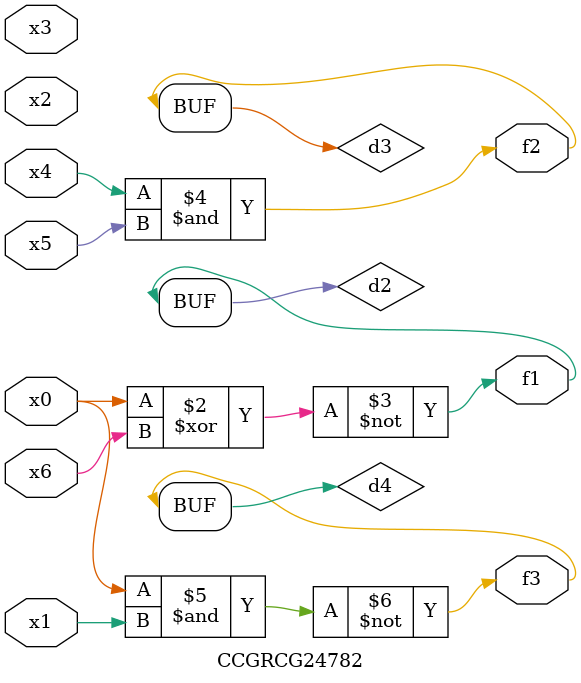
<source format=v>
module CCGRCG24782(
	input x0, x1, x2, x3, x4, x5, x6,
	output f1, f2, f3
);

	wire d1, d2, d3, d4;

	nor (d1, x0);
	xnor (d2, x0, x6);
	and (d3, x4, x5);
	nand (d4, x0, x1);
	assign f1 = d2;
	assign f2 = d3;
	assign f3 = d4;
endmodule

</source>
